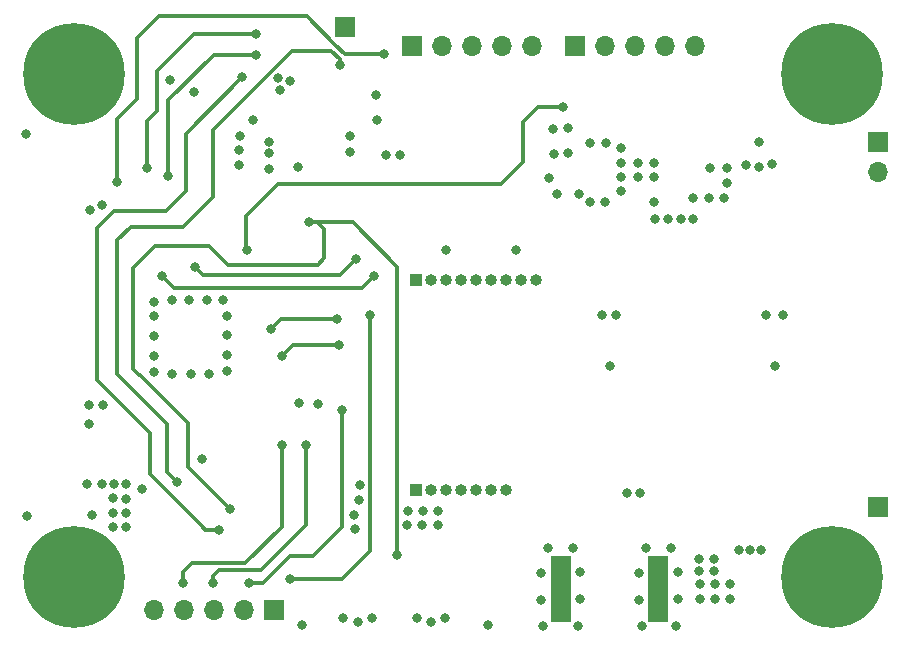
<source format=gbl>
%TF.GenerationSoftware,KiCad,Pcbnew,6.0.6-3a73a75311~116~ubuntu20.04.1*%
%TF.CreationDate,2022-07-25T10:06:13-07:00*%
%TF.ProjectId,rover_controller,726f7665-725f-4636-9f6e-74726f6c6c65,rev?*%
%TF.SameCoordinates,Original*%
%TF.FileFunction,Copper,L4,Bot*%
%TF.FilePolarity,Positive*%
%FSLAX46Y46*%
G04 Gerber Fmt 4.6, Leading zero omitted, Abs format (unit mm)*
G04 Created by KiCad (PCBNEW 6.0.6-3a73a75311~116~ubuntu20.04.1) date 2022-07-25 10:06:13*
%MOMM*%
%LPD*%
G01*
G04 APERTURE LIST*
%TA.AperFunction,ComponentPad*%
%ADD10R,1.000000X1.000000*%
%TD*%
%TA.AperFunction,ComponentPad*%
%ADD11O,1.000000X1.000000*%
%TD*%
%TA.AperFunction,SMDPad,CuDef*%
%ADD12R,1.651000X5.588000*%
%TD*%
%TA.AperFunction,ComponentPad*%
%ADD13C,0.900000*%
%TD*%
%TA.AperFunction,ComponentPad*%
%ADD14C,8.600000*%
%TD*%
%TA.AperFunction,ComponentPad*%
%ADD15R,1.700000X1.700000*%
%TD*%
%TA.AperFunction,ComponentPad*%
%ADD16O,1.700000X1.700000*%
%TD*%
%TA.AperFunction,ViaPad*%
%ADD17C,0.800000*%
%TD*%
%TA.AperFunction,Conductor*%
%ADD18C,0.300000*%
%TD*%
G04 APERTURE END LIST*
D10*
X190295000Y-164005000D03*
D11*
X191565000Y-164005000D03*
X192835000Y-164005000D03*
X194105000Y-164005000D03*
X195375000Y-164005000D03*
X196645000Y-164005000D03*
X197915000Y-164005000D03*
X199185000Y-164005000D03*
X200455000Y-164005000D03*
D12*
X210804960Y-190130000D03*
X202555040Y-190130000D03*
D13*
X227780419Y-148780419D03*
X227780419Y-144219581D03*
X228725000Y-146500000D03*
X225500000Y-149725000D03*
X222275000Y-146500000D03*
X223219581Y-144219581D03*
X225500000Y-143275000D03*
X223219581Y-148780419D03*
D14*
X225500000Y-146500000D03*
D13*
X164525000Y-146500000D03*
X161300000Y-149725000D03*
X159019581Y-148780419D03*
X161300000Y-143275000D03*
X163580419Y-148780419D03*
X158075000Y-146500000D03*
D14*
X161300000Y-146500000D03*
D13*
X163580419Y-144219581D03*
X159019581Y-144219581D03*
X227780419Y-191380419D03*
X222275000Y-189100000D03*
X225500000Y-185875000D03*
D14*
X225500000Y-189100000D03*
D13*
X223219581Y-191380419D03*
X225500000Y-192325000D03*
X227780419Y-186819581D03*
X228725000Y-189100000D03*
X223219581Y-186819581D03*
D10*
X190295000Y-181785000D03*
D11*
X191565000Y-181785000D03*
X192835000Y-181785000D03*
X194105000Y-181785000D03*
X195375000Y-181785000D03*
X196645000Y-181785000D03*
X197915000Y-181785000D03*
D15*
X229410000Y-152315000D03*
D16*
X229410000Y-154855000D03*
D15*
X203715000Y-144190000D03*
D16*
X206255000Y-144190000D03*
X208795000Y-144190000D03*
X211335000Y-144190000D03*
X213875000Y-144190000D03*
D15*
X178225000Y-191870000D03*
D16*
X175685000Y-191870000D03*
X173145000Y-191870000D03*
X170605000Y-191870000D03*
X168065000Y-191870000D03*
D15*
X229410000Y-183200000D03*
X189910000Y-144180000D03*
D16*
X192450000Y-144180000D03*
X194990000Y-144180000D03*
X197530000Y-144180000D03*
X200070000Y-144180000D03*
D15*
X184290000Y-142580000D03*
D13*
X158075000Y-189100000D03*
X163580419Y-191380419D03*
X159019581Y-186819581D03*
X164525000Y-189100000D03*
X163580419Y-186819581D03*
X161300000Y-185875000D03*
X161300000Y-192325000D03*
X159019581Y-191380419D03*
D14*
X161300000Y-189100000D03*
D17*
X187787500Y-153390000D03*
X208155000Y-182030000D03*
X209380000Y-193255080D03*
X173925000Y-165700000D03*
X168100000Y-170400000D03*
X213760000Y-158767500D03*
X171480000Y-148080000D03*
X180630000Y-193170000D03*
X209230000Y-182005000D03*
X218550000Y-186810000D03*
X216660000Y-154467500D03*
X185470000Y-182600000D03*
X216360000Y-157067500D03*
X168100000Y-168700000D03*
X184120000Y-192600000D03*
X212480000Y-188680080D03*
X220680000Y-171280000D03*
X203150000Y-151140000D03*
X174300000Y-171700000D03*
X162600000Y-174550000D03*
X211880000Y-186655080D03*
X215160000Y-154467500D03*
X200880000Y-188755080D03*
X180375000Y-174425000D03*
X212480000Y-190955080D03*
X209780000Y-186655080D03*
X203580000Y-186655080D03*
X157350000Y-183975000D03*
X175260000Y-154230000D03*
X209180000Y-191055080D03*
X174300000Y-168600000D03*
X192740000Y-192590000D03*
X196350000Y-193180000D03*
X163750000Y-174525000D03*
X162650000Y-158075000D03*
X181975000Y-174475000D03*
X212760000Y-158767500D03*
X176490000Y-150440000D03*
X204180000Y-188680080D03*
X185080000Y-185090000D03*
X172800000Y-171950000D03*
X219470000Y-186810000D03*
X172200000Y-179120000D03*
X169650000Y-165700000D03*
X206670000Y-171230000D03*
X201920000Y-151180000D03*
X177810000Y-154610000D03*
X186910000Y-148290000D03*
X211660000Y-158767500D03*
X171100000Y-165650000D03*
X190340000Y-192590000D03*
X191560000Y-192900000D03*
X162600000Y-176200000D03*
X213760000Y-157067500D03*
X206030000Y-166955000D03*
X200880000Y-191055080D03*
X174300000Y-170300000D03*
X219930000Y-166930000D03*
X218220000Y-154210000D03*
X219300000Y-152250000D03*
X179600000Y-147135500D03*
X174300000Y-167000000D03*
X178610000Y-146890000D03*
X209180000Y-188755080D03*
X180260000Y-154430000D03*
X157300000Y-151625000D03*
X169457534Y-147048618D03*
X186960000Y-150440000D03*
X172550000Y-165650000D03*
X186520000Y-192600000D03*
X188927500Y-153390000D03*
X201080000Y-193255080D03*
X217630000Y-186790000D03*
X212280000Y-193255080D03*
X203190000Y-153260000D03*
X215060000Y-157067500D03*
X210460000Y-157367500D03*
X221355000Y-166930000D03*
X162410000Y-181220000D03*
X185340000Y-192910000D03*
X220430000Y-154180000D03*
X185510000Y-181290000D03*
X210560000Y-158767500D03*
X169650000Y-171950000D03*
X185060000Y-183880000D03*
X168100000Y-171800000D03*
X201930000Y-153270000D03*
X219320000Y-154400000D03*
X168100000Y-165800000D03*
X207205000Y-166955000D03*
X216660000Y-155767500D03*
X178750500Y-147910000D03*
X203980000Y-193255080D03*
X168100000Y-167025000D03*
X201480000Y-186655080D03*
X204180000Y-190955080D03*
X163675000Y-157625000D03*
X163680000Y-181250000D03*
X171200000Y-171950000D03*
X175380000Y-151820000D03*
X214270000Y-188590000D03*
X205060000Y-152367500D03*
X215520000Y-187610000D03*
X215540000Y-188590000D03*
X215600000Y-190970000D03*
X177840000Y-153230000D03*
X162850000Y-183830000D03*
X209060000Y-154067500D03*
X164670000Y-184890000D03*
X189560000Y-184730000D03*
X164650000Y-182470000D03*
X192150000Y-184720000D03*
X198745000Y-161435000D03*
X192160000Y-183560000D03*
X165740000Y-182480000D03*
X189570000Y-183570000D03*
X202260000Y-156667500D03*
X177840000Y-152320000D03*
X216870000Y-189710000D03*
X164678636Y-181208390D03*
X175270000Y-152980000D03*
X214270000Y-187580000D03*
X184680000Y-151740000D03*
X215570000Y-189710000D03*
X190840000Y-183570000D03*
X207660000Y-154067500D03*
X207660000Y-155267500D03*
X190830000Y-184730000D03*
X210460000Y-155267500D03*
X205060000Y-157367500D03*
X204060000Y-156667500D03*
X216900000Y-190970000D03*
X164670000Y-183660000D03*
X201560000Y-155367500D03*
X206260000Y-157367500D03*
X207660000Y-152767500D03*
X165700000Y-181240000D03*
X210460000Y-154067500D03*
X214320000Y-190950000D03*
X167090000Y-181650000D03*
X165750000Y-183660000D03*
X209060000Y-155267500D03*
X165750000Y-184890000D03*
X192850000Y-161430000D03*
X206360000Y-152367500D03*
X184730000Y-153120000D03*
X214290000Y-189690000D03*
X207660000Y-156467500D03*
X175950000Y-161450000D03*
X202730000Y-149330000D03*
X177990000Y-168150000D03*
X183630000Y-167300000D03*
X178950000Y-170400000D03*
X183780000Y-169440000D03*
X178940000Y-177940000D03*
X170600000Y-189600000D03*
X180970000Y-177920000D03*
X173140000Y-189640000D03*
X176150000Y-189620000D03*
X183980000Y-174970000D03*
X179650000Y-189280000D03*
X186360000Y-166910000D03*
X188680000Y-187220000D03*
X174500000Y-183370000D03*
X181260000Y-159100000D03*
X185180000Y-162170000D03*
X171580000Y-162880000D03*
X169310000Y-155160000D03*
X176710000Y-144910000D03*
X167500000Y-154450000D03*
X176700000Y-143110000D03*
X168750000Y-163600000D03*
X186770000Y-163600000D03*
X170020000Y-181090000D03*
X183830000Y-145730000D03*
X175590000Y-146790000D03*
X173600000Y-185120000D03*
X164975000Y-155675000D03*
X187560000Y-144840000D03*
D18*
X175900000Y-158530000D02*
X175900000Y-161400000D01*
X202720000Y-149340000D02*
X200620000Y-149340000D01*
X197480000Y-155850000D02*
X178580000Y-155850000D01*
X178580000Y-155850000D02*
X175900000Y-158530000D01*
X199340000Y-150620000D02*
X199340000Y-153990000D01*
X200620000Y-149340000D02*
X199340000Y-150620000D01*
X175900000Y-161400000D02*
X175950000Y-161450000D01*
X199340000Y-153990000D02*
X197480000Y-155850000D01*
X202730000Y-149330000D02*
X202720000Y-149340000D01*
X178840000Y-167300000D02*
X177990000Y-168150000D01*
X183630000Y-167300000D02*
X178840000Y-167300000D01*
X179910000Y-169440000D02*
X178950000Y-170400000D01*
X178940000Y-177940000D02*
X178940000Y-184850000D01*
X183780000Y-169440000D02*
X179910000Y-169440000D01*
X170600000Y-188660000D02*
X170600000Y-189600000D01*
X175840000Y-187950000D02*
X171310000Y-187950000D01*
X178940000Y-184850000D02*
X175840000Y-187950000D01*
X171310000Y-187950000D02*
X170600000Y-188660000D01*
X180970000Y-184740000D02*
X180970000Y-177920000D01*
X173140000Y-189640000D02*
X173140000Y-189000000D01*
X173140000Y-189000000D02*
X173620000Y-188520000D01*
X173620000Y-188520000D02*
X177190000Y-188520000D01*
X177190000Y-188520000D02*
X180970000Y-184740000D01*
X176150000Y-189620000D02*
X177300000Y-189620000D01*
X177300000Y-189620000D02*
X179580000Y-187340000D01*
X179580000Y-187340000D02*
X181530000Y-187340000D01*
X183980000Y-184890000D02*
X183980000Y-174970000D01*
X181530000Y-187340000D02*
X183980000Y-184890000D01*
X186360000Y-166910000D02*
X186360000Y-170650000D01*
X184110000Y-189180000D02*
X184010000Y-189280000D01*
X184010000Y-189280000D02*
X179650000Y-189280000D01*
X186360000Y-186930000D02*
X184110000Y-189180000D01*
X186360000Y-170650000D02*
X186360000Y-186930000D01*
X174500000Y-183370000D02*
X170960000Y-179830000D01*
X181950000Y-162725000D02*
X182525000Y-162150000D01*
X166350000Y-171490000D02*
X166350000Y-162975000D01*
X182395000Y-159535000D02*
X181970000Y-159110000D01*
X188680000Y-162840000D02*
X188680000Y-187220000D01*
X184940000Y-159100000D02*
X188680000Y-162840000D01*
X174400000Y-162725000D02*
X181950000Y-162725000D01*
X182525000Y-162150000D02*
X182525000Y-159665000D01*
X181970000Y-159110000D02*
X181960000Y-159100000D01*
X181960000Y-159100000D02*
X181260000Y-159100000D01*
X170960000Y-179830000D02*
X170960000Y-176070000D01*
X181960000Y-159100000D02*
X184940000Y-159100000D01*
X166350000Y-162975000D02*
X168200000Y-161125000D01*
X166880000Y-171990000D02*
X166850000Y-171990000D01*
X170960000Y-176070000D02*
X166880000Y-171990000D01*
X168200000Y-161125000D02*
X172800000Y-161125000D01*
X182525000Y-159665000D02*
X182395000Y-159535000D01*
X166850000Y-171990000D02*
X166350000Y-171490000D01*
X172800000Y-161125000D02*
X174400000Y-162725000D01*
X182810000Y-163520000D02*
X183830000Y-163520000D01*
X183830000Y-163520000D02*
X185180000Y-162170000D01*
X171580000Y-162880000D02*
X172220000Y-163520000D01*
X172220000Y-163520000D02*
X182810000Y-163520000D01*
X169310000Y-155160000D02*
X169310000Y-148750000D01*
X173150000Y-144910000D02*
X176710000Y-144910000D01*
X169310000Y-148750000D02*
X173150000Y-144910000D01*
X168370000Y-146270000D02*
X171530000Y-143110000D01*
X171530000Y-143110000D02*
X176700000Y-143110000D01*
X167500000Y-150530000D02*
X168230000Y-149800000D01*
X168230000Y-149800000D02*
X168370000Y-149660000D01*
X168370000Y-149660000D02*
X168370000Y-146270000D01*
X167500000Y-152590000D02*
X167500000Y-150530000D01*
X167500000Y-152590000D02*
X167500000Y-154450000D01*
X185720000Y-164650000D02*
X186770000Y-163600000D01*
X169800000Y-164650000D02*
X168750000Y-163600000D01*
X175280000Y-164650000D02*
X184460000Y-164650000D01*
X175280000Y-164650000D02*
X169800000Y-164650000D01*
X184460000Y-164650000D02*
X185720000Y-164650000D01*
X169190000Y-180260000D02*
X170020000Y-181090000D01*
X183830000Y-145730000D02*
X183830000Y-145300000D01*
X179755000Y-144570000D02*
X173090000Y-151235000D01*
X169190000Y-176170000D02*
X169190000Y-178660000D01*
X169190000Y-178660000D02*
X169190000Y-180260000D01*
X164975000Y-160625000D02*
X164975000Y-171955000D01*
X183830000Y-145300000D02*
X183100000Y-144570000D01*
X183100000Y-144570000D02*
X179755000Y-144570000D01*
X173090000Y-151235000D02*
X173090000Y-156980000D01*
X166125000Y-159475000D02*
X164975000Y-160625000D01*
X164975000Y-171955000D02*
X169190000Y-176170000D01*
X173090000Y-156980000D02*
X170595000Y-159475000D01*
X170595000Y-159475000D02*
X166125000Y-159475000D01*
X175590000Y-146790000D02*
X170810000Y-151570000D01*
X170810000Y-151570000D02*
X170810000Y-156410000D01*
X172450000Y-185120000D02*
X173600000Y-185120000D01*
X163250000Y-172430000D02*
X167730000Y-176910000D01*
X167730000Y-178800000D02*
X167730000Y-180400000D01*
X167730000Y-176910000D02*
X167730000Y-178800000D01*
X164700000Y-158125000D02*
X163250000Y-159575000D01*
X170810000Y-156410000D02*
X169095000Y-158125000D01*
X169095000Y-158125000D02*
X164700000Y-158125000D01*
X163250000Y-159575000D02*
X163250000Y-172430000D01*
X172160000Y-184830000D02*
X172450000Y-185120000D01*
X167730000Y-180400000D02*
X172160000Y-184830000D01*
X166630000Y-148680000D02*
X166630000Y-143520000D01*
X179320000Y-141660000D02*
X181060000Y-141660000D01*
X164975000Y-154225000D02*
X164975000Y-150335000D01*
X166630000Y-143520000D02*
X168490000Y-141660000D01*
X184240000Y-144840000D02*
X187560000Y-144840000D01*
X166490000Y-148820000D02*
X166630000Y-148680000D01*
X181060000Y-141660000D02*
X183440000Y-144040000D01*
X183440000Y-144040000D02*
X184240000Y-144840000D01*
X164975000Y-150335000D02*
X166490000Y-148820000D01*
X164975000Y-154225000D02*
X164975000Y-155675000D01*
X168490000Y-141660000D02*
X179320000Y-141660000D01*
M02*

</source>
